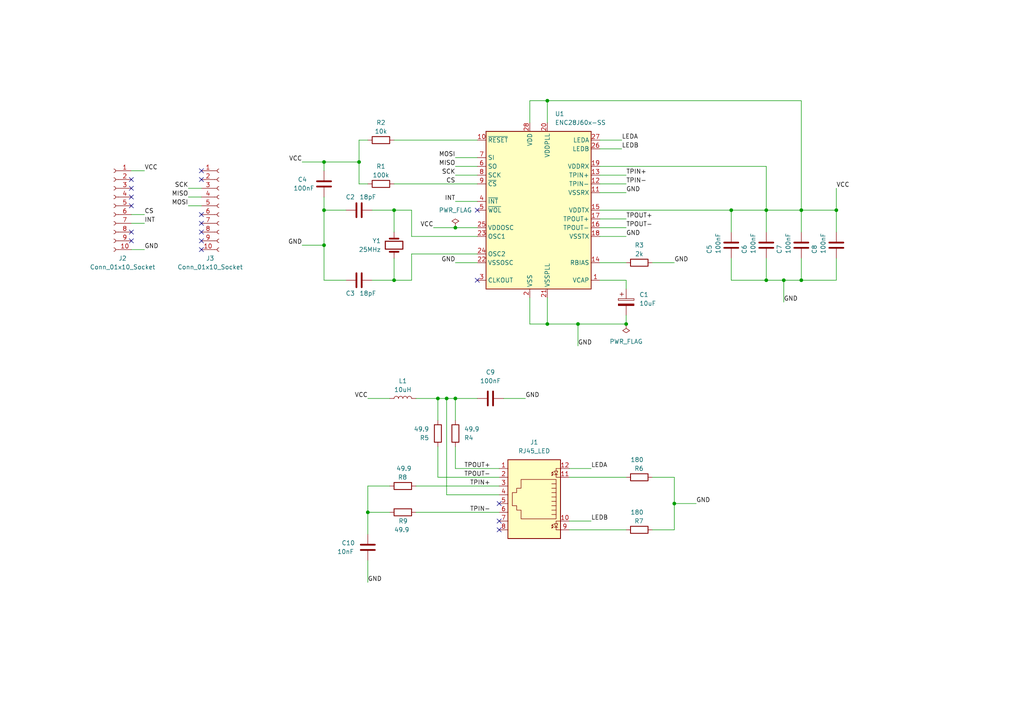
<source format=kicad_sch>
(kicad_sch (version 20230121) (generator eeschema)
  (paper "A4")
  (title_block (title "GigE Interface for Bitcraze Crazyflie 2.0") (date "2023-09-25") (company "Jose Ignacio Granados Marín") (comment 1 "Desarrollo de un vehículo aéreo no tripulado modular de bajo costo") (comment 2 "Trabajo Final de Graduación") (comment 3 "Área Académica de Ingeniería en Computadores") (comment 4 "Instituto Tecnológico de Costa Rica"))
  (lib_symbols
    (symbol "Connector:Conn_01x10_Socket" (pin_names (offset 1.016) hide)
      (property "Reference" "J" (at 0 12.7 0))
      (property "Value" "Conn_01x10_Socket" (at 0 -15.24 0))
      (symbol "Conn_01x10_Socket_1_1"
        (arc (start 0 -12.192) (mid -0.5058 -12.7) (end 0 -13.208) (stroke (width 0.1524)))
        (arc (start 0 -9.652) (mid -0.5058 -10.16) (end 0 -10.668) (stroke (width 0.1524)))
        (arc (start 0 -7.112) (mid -0.5058 -7.62) (end 0 -8.128) (stroke (width 0.1524)))
        (arc (start 0 -4.572) (mid -0.5058 -5.08) (end 0 -5.588) (stroke (width 0.1524)))
        (arc (start 0 -2.032) (mid -0.5058 -2.54) (end 0 -3.048) (stroke (width 0.1524)))
        (polyline (pts (xy -1.27 -12.7) (xy -0.508 -12.7)) (stroke (width 0.1524)))
        (polyline (pts (xy -1.27 -10.16) (xy -0.508 -10.16)) (stroke (width 0.1524)))
        (polyline (pts (xy -1.27 -7.62) (xy -0.508 -7.62)) (stroke (width 0.1524)))
        (polyline (pts (xy -1.27 -5.08) (xy -0.508 -5.08)) (stroke (width 0.1524)))
        (polyline (pts (xy -1.27 -2.54) (xy -0.508 -2.54)) (stroke (width 0.1524)))
        (polyline (pts (xy -1.27 0) (xy -0.508 0)) (stroke (width 0.1524)))
        (polyline (pts (xy -1.27 2.54) (xy -0.508 2.54)) (stroke (width 0.1524)))
        (polyline (pts (xy -1.27 5.08) (xy -0.508 5.08)) (stroke (width 0.1524)))
        (polyline (pts (xy -1.27 7.62) (xy -0.508 7.62)) (stroke (width 0.1524)))
        (polyline (pts (xy -1.27 10.16) (xy -0.508 10.16)) (stroke (width 0.1524)))
        (arc (start 0 0.508) (mid -0.5058 0) (end 0 -0.508) (stroke (width 0.1524)))
        (arc (start 0 3.048) (mid -0.5058 2.54) (end 0 2.032) (stroke (width 0.1524)))
        (arc (start 0 5.588) (mid -0.5058 5.08) (end 0 4.572) (stroke (width 0.1524)))
        (arc (start 0 8.128) (mid -0.5058 7.62) (end 0 7.112) (stroke (width 0.1524)))
        (arc (start 0 10.668) (mid -0.5058 10.16) (end 0 9.652) (stroke (width 0.1524)))
        (pin passive line (at -5.08 10.16 0) (length 3.81) (name "Pin_1") (number "1"))
        (pin passive line (at -5.08 -12.7 0) (length 3.81) (name "Pin_10") (number "10"))
        (pin passive line (at -5.08 7.62 0) (length 3.81) (name "Pin_2") (number "2"))
        (pin passive line (at -5.08 5.08 0) (length 3.81) (name "Pin_3") (number "3"))
        (pin passive line (at -5.08 2.54 0) (length 3.81) (name "Pin_4") (number "4"))
        (pin passive line (at -5.08 0 0) (length 3.81) (name "Pin_5") (number "5"))
        (pin passive line (at -5.08 -2.54 0) (length 3.81) (name "Pin_6") (number "6"))
        (pin passive line (at -5.08 -5.08 0) (length 3.81) (name "Pin_7") (number "7"))
        (pin passive line (at -5.08 -7.62 0) (length 3.81) (name "Pin_8") (number "8"))
        (pin passive line (at -5.08 -10.16 0) (length 3.81) (name "Pin_9") (number "9"))
      )
    )
    (symbol "Connector:RJ45_LED" (pin_names (offset 1.016))
      (property "Reference" "J" (at -5.08 13.97 0))
      (property "Value" "RJ45_LED" (at 1.27 13.97 0))
      (symbol "RJ45_LED_0_1"
        (polyline (pts (xy -7.62 -7.62) (xy -6.35 -7.62)))
        (polyline (pts (xy -7.62 -5.08) (xy -6.35 -5.08)))
        (polyline (pts (xy -7.62 7.62) (xy -6.35 7.62)))
        (polyline (pts (xy -7.62 10.16) (xy -6.35 10.16)))
        (polyline (pts (xy -6.858 -5.842) (xy -5.842 -5.842)))
        (polyline (pts (xy -6.858 9.398) (xy -5.842 9.398)))
        (polyline (pts (xy -6.35 -7.62) (xy -6.35 -6.858)))
        (polyline (pts (xy -6.35 -5.08) (xy -6.35 -5.842)))
        (polyline (pts (xy -6.35 7.62) (xy -6.35 8.382)))
        (polyline (pts (xy -6.35 10.16) (xy -6.35 9.398)))
        (polyline (pts (xy -5.08 -6.223) (xy -5.207 -6.604)))
        (polyline (pts (xy -5.08 -5.588) (xy -5.207 -5.969)))
        (polyline (pts (xy -5.08 4.445) (xy -6.35 4.445)))
        (polyline (pts (xy -5.08 5.715) (xy -6.35 5.715)))
        (polyline (pts (xy -5.08 9.017) (xy -5.207 8.636)))
        (polyline (pts (xy -5.08 9.652) (xy -5.207 9.271)))
        (polyline (pts (xy -6.35 -3.175) (xy -5.08 -3.175) (xy -5.08 -3.175)))
        (polyline (pts (xy -6.35 -1.905) (xy -5.08 -1.905) (xy -5.08 -1.905)))
        (polyline (pts (xy -6.35 -0.635) (xy -5.08 -0.635) (xy -5.08 -0.635)))
        (polyline (pts (xy -6.35 0.635) (xy -5.08 0.635) (xy -5.08 0.635)))
        (polyline (pts (xy -6.35 1.905) (xy -5.08 1.905) (xy -5.08 1.905)))
        (polyline (pts (xy -5.588 -6.731) (xy -5.08 -6.223) (xy -5.461 -6.35)))
        (polyline (pts (xy -5.588 -6.096) (xy -5.08 -5.588) (xy -5.461 -5.715)))
        (polyline (pts (xy -5.588 8.509) (xy -5.08 9.017) (xy -5.461 8.89)))
        (polyline (pts (xy -5.588 9.144) (xy -5.08 9.652) (xy -5.461 9.525)))
        (polyline (pts (xy -5.08 3.175) (xy -6.35 3.175) (xy -6.35 3.175)))
        (polyline (pts (xy -6.35 -5.842) (xy -6.858 -6.858) (xy -5.842 -6.858) (xy -6.35 -5.842)))
        (polyline (pts (xy -6.35 9.398) (xy -6.858 8.382) (xy -5.842 8.382) (xy -6.35 9.398)))
        (polyline (pts (xy -6.35 -4.445) (xy -6.35 6.985) (xy 3.81 6.985) (xy 3.81 4.445) (xy 5.08 4.445) (xy 5.08 3.175) (xy 6.35 3.175) (xy 6.35 -0.635) (xy 5.08 -0.635) (xy 5.08 -1.905) (xy 3.81 -1.905) (xy 3.81 -4.445) (xy -6.35 -4.445) (xy -6.35 -4.445)))
        (rectangle (start 7.62 12.7) (end -7.62 -10.16) (stroke (width 0.254)) (fill (type background)))
      )
      (symbol "RJ45_LED_1_1"
        (pin passive line (at 10.16 -7.62 180) (length 2.54) (name "~") (number "1"))
        (pin passive line (at -10.16 7.62 0) (length 2.54) (name "~") (number "10"))
        (pin passive line (at -10.16 -5.08 0) (length 2.54) (name "~") (number "11"))
        (pin passive line (at -10.16 -7.62 0) (length 2.54) (name "~") (number "12"))
        (pin passive line (at 10.16 -5.08 180) (length 2.54) (name "~") (number "2"))
        (pin passive line (at 10.16 -2.54 180) (length 2.54) (name "~") (number "3"))
        (pin passive line (at 10.16 0 180) (length 2.54) (name "~") (number "4"))
        (pin passive line (at 10.16 2.54 180) (length 2.54) (name "~") (number "5"))
        (pin passive line (at 10.16 5.08 180) (length 2.54) (name "~") (number "6"))
        (pin passive line (at 10.16 7.62 180) (length 2.54) (name "~") (number "7"))
        (pin passive line (at 10.16 10.16 180) (length 2.54) (name "~") (number "8"))
        (pin passive line (at -10.16 10.16 0) (length 2.54) (name "~") (number "9"))
      )
    )
    (symbol "Device:C" (pin_numbers hide) (pin_names (offset 0.254))
      (property "Reference" "C" (at 0.635 2.54 0))
      (property "Value" "C" (at 0.635 -2.54 0))
      (symbol "C_0_1"
        (polyline (pts (xy -2.032 -0.762) (xy 2.032 -0.762)) (stroke (width 0.508)))
        (polyline (pts (xy -2.032 0.762) (xy 2.032 0.762)) (stroke (width 0.508)))
      )
      (symbol "C_1_1"
        (pin passive line (at 0 3.81 270) (length 2.794) (name "~") (number "1"))
        (pin passive line (at 0 -3.81 90) (length 2.794) (name "~") (number "2"))
      )
    )
    (symbol "Device:C_Polarized" (pin_numbers hide) (pin_names (offset 0.254))
      (property "Reference" "C" (at 0.635 2.54 0))
      (property "Value" "C_Polarized" (at 0.635 -2.54 0))
      (symbol "C_Polarized_0_1"
        (rectangle (start -2.286 0.508) (end 2.286 1.016))
        (polyline (pts (xy -1.778 2.286) (xy -0.762 2.286)))
        (polyline (pts (xy -1.27 2.794) (xy -1.27 1.778)))
        (rectangle (start 2.286 -0.508) (end -2.286 -1.016) (fill (type outline)))
      )
      (symbol "C_Polarized_1_1"
        (pin passive line (at 0 3.81 270) (length 2.794) (name "~") (number "1"))
        (pin passive line (at 0 -3.81 90) (length 2.794) (name "~") (number "2"))
      )
    )
    (symbol "Device:Crystal" (pin_numbers hide) (pin_names (offset 1.016) hide)
      (property "Reference" "Y" (at 0 3.81 0))
      (property "Value" "Crystal" (at 0 -3.81 0))
      (symbol "Crystal_0_1"
        (rectangle (start -1.143 2.54) (end 1.143 -2.54) (stroke (width 0.3048)))
        (polyline (pts (xy -2.54 0) (xy -1.905 0)))
        (polyline (pts (xy -1.905 -1.27) (xy -1.905 1.27)) (stroke (width 0.508)))
        (polyline (pts (xy 1.905 -1.27) (xy 1.905 1.27)) (stroke (width 0.508)))
        (polyline (pts (xy 2.54 0) (xy 1.905 0)))
      )
      (symbol "Crystal_1_1"
        (pin passive line (at -3.81 0 0) (length 1.27) (name "1") (number "1"))
        (pin passive line (at 3.81 0 180) (length 1.27) (name "2") (number "2"))
      )
    )
    (symbol "Device:L" (pin_numbers hide) (pin_names (offset 1.016) hide)
      (property "Reference" "L" (at -1.27 0 90))
      (property "Value" "L" (at 1.905 0 90))
      (symbol "L_0_1"
        (arc (start 0 -2.54) (mid 0.6323 -1.905) (end 0 -1.27))
        (arc (start 0 -1.27) (mid 0.6323 -0.635) (end 0 0))
        (arc (start 0 0) (mid 0.6323 0.635) (end 0 1.27))
        (arc (start 0 1.27) (mid 0.6323 1.905) (end 0 2.54))
      )
      (symbol "L_1_1"
        (pin passive line (at 0 3.81 270) (length 1.27) (name "1") (number "1"))
        (pin passive line (at 0 -3.81 90) (length 1.27) (name "2") (number "2"))
      )
    )
    (symbol "Device:R" (pin_numbers hide) (pin_names (offset 0))
      (property "Reference" "R" (at 2.032 0 90))
      (property "Value" "R" (at 0 0 90))
      (symbol "R_0_1"
        (rectangle (start -1.016 -2.54) (end 1.016 2.54) (stroke (width 0.254)))
      )
      (symbol "R_1_1"
        (pin passive line (at 0 3.81 270) (length 1.27) (name "~") (number "1"))
        (pin passive line (at 0 -3.81 90) (length 1.27) (name "~") (number "2"))
      )
    )
    (symbol "Interface_Ethernet:ENC28J60x-SS"
      (property "Reference" "U" (at -13.97 24.13 0))
      (property "Value" "ENC28J60x-SS" (at 5.08 24.13 0))
      (symbol "ENC28J60x-SS_0_1"
        (rectangle (start -15.24 22.86) (end 15.24 -22.86) (stroke (width 0.254)) (fill (type background)))
      )
      (symbol "ENC28J60x-SS_1_1"
        (pin input line (at 17.78 -20.32 180) (length 2.54) (name "VCAP") (number "1"))
        (pin input line (at -17.78 20.32 0) (length 2.54) (name "~{RESET}") (number "10"))
        (pin power_in line (at 17.78 5.08 180) (length 2.54) (name "VSSRX") (number "11"))
        (pin input line (at 17.78 7.62 180) (length 2.54) (name "TPIN-") (number "12"))
        (pin input line (at 17.78 10.16 180) (length 2.54) (name "TPIN+") (number "13"))
        (pin input line (at 17.78 -15.24 180) (length 2.54) (name "RBIAS") (number "14"))
        (pin power_in line (at 17.78 0 180) (length 2.54) (name "VDDTX") (number "15"))
        (pin output line (at 17.78 -5.08 180) (length 2.54) (name "TPOUT-") (number "16"))
        (pin output line (at 17.78 -2.54 180) (length 2.54) (name "TPOUT+") (number "17"))
        (pin power_in line (at 17.78 -7.62 180) (length 2.54) (name "VSSTX") (number "18"))
        (pin power_in line (at 17.78 12.7 180) (length 2.54) (name "VDDRX") (number "19"))
        (pin power_in line (at -2.54 -25.4 90) (length 2.54) (name "VSS") (number "2"))
        (pin power_in line (at 2.54 25.4 270) (length 2.54) (name "VDDPLL") (number "20"))
        (pin power_in line (at 2.54 -25.4 90) (length 2.54) (name "VSSPLL") (number "21"))
        (pin power_in line (at -17.78 -15.24 0) (length 2.54) (name "VSSOSC") (number "22"))
        (pin input line (at -17.78 -7.62 0) (length 2.54) (name "OSC1") (number "23"))
        (pin input line (at -17.78 -12.7 0) (length 2.54) (name "OSC2") (number "24"))
        (pin power_in line (at -17.78 -5.08 0) (length 2.54) (name "VDDOSC") (number "25"))
        (pin output line (at 17.78 17.78 180) (length 2.54) (name "LEDB") (number "26"))
        (pin output line (at 17.78 20.32 180) (length 2.54) (name "LEDA") (number "27"))
        (pin power_in line (at -2.54 25.4 270) (length 2.54) (name "VDD") (number "28"))
        (pin output line (at -17.78 -20.32 0) (length 2.54) (name "CLKOUT") (number "3"))
        (pin output line (at -17.78 2.54 0) (length 2.54) (name "~{INT}") (number "4"))
        (pin output line (at -17.78 0 0) (length 2.54) (name "~{WOL}") (number "5"))
        (pin output line (at -17.78 12.7 0) (length 2.54) (name "SO") (number "6"))
        (pin input line (at -17.78 15.24 0) (length 2.54) (name "SI") (number "7"))
        (pin input line (at -17.78 10.16 0) (length 2.54) (name "SCK") (number "8"))
        (pin input line (at -17.78 7.62 0) (length 2.54) (name "~{CS}") (number "9"))
      )
    )
    (symbol "power:PWR_FLAG" (power) (pin_numbers hide) (pin_names (offset 0) hide)
      (property "Value" "PWR_FLAG" (at 0 3.81 0))
      (symbol "PWR_FLAG_0_0"
        (pin power_out line (at 0 0 90) (length 0) (name "pwr") (number "1"))
      )
      (symbol "PWR_FLAG_0_1"
        (polyline (pts (xy 0 0) (xy 0 1.27) (xy -1.016 1.905) (xy 0 2.54) (xy 1.016 1.905) (xy 0 1.27)))
      )
    )
  )
  (junction (at 158.75 93.98))
  (junction (at 232.41 60.96))
  (junction (at 114.3 60.96))
  (junction (at 106.68 148.59))
  (junction (at 132.08 66.04))
  (junction (at 181.61 93.98))
  (junction (at 93.98 46.99))
  (junction (at 167.64 93.98))
  (junction (at 132.08 115.57))
  (junction (at 127 115.57))
  (junction (at 222.25 60.96))
  (junction (at 232.41 81.28))
  (junction (at 195.58 146.05))
  (junction (at 222.25 81.28))
  (junction (at 242.57 60.96))
  (junction (at 93.98 71.12))
  (junction (at 104.14 46.99))
  (junction (at 212.09 60.96))
  (junction (at 129.54 115.57))
  (junction (at 158.75 29.21))
  (junction (at 93.98 60.96))
  (junction (at 114.3 81.28))
  (junction (at 227.33 81.28))
  (no_connect (at 38.1 59.69))
  (no_connect (at 38.1 52.07))
  (no_connect (at 58.42 64.77))
  (no_connect (at 58.42 72.39))
  (no_connect (at 38.1 69.85))
  (no_connect (at 58.42 62.23))
  (no_connect (at 38.1 54.61))
  (no_connect (at 58.42 67.31))
  (no_connect (at 144.78 146.05))
  (no_connect (at 58.42 52.07))
  (no_connect (at 58.42 49.53))
  (no_connect (at 138.43 60.96))
  (no_connect (at 138.43 81.28))
  (no_connect (at 38.1 57.15))
  (no_connect (at 144.78 151.13))
  (no_connect (at 38.1 67.31))
  (no_connect (at 144.78 153.67))
  (no_connect (at 58.42 69.85))
  (wire (pts (xy 189.23 76.2) (xy 195.58 76.2)))
  (wire (pts (xy 165.1 135.89) (xy 171.45 135.89)))
  (wire (pts (xy 212.09 67.31) (xy 212.09 60.96)))
  (wire (pts (xy 104.14 40.64) (xy 104.14 46.99)))
  (wire (pts (xy 242.57 60.96) (xy 242.57 67.31)))
  (wire (pts (xy 120.65 115.57) (xy 127 115.57)))
  (wire (pts (xy 106.68 148.59) (xy 106.68 140.97)))
  (wire (pts (xy 127 115.57) (xy 129.54 115.57)))
  (wire (pts (xy 222.25 60.96) (xy 222.25 67.31)))
  (wire (pts (xy 222.25 81.28) (xy 227.33 81.28)))
  (wire (pts (xy 173.99 60.96) (xy 212.09 60.96)))
  (wire (pts (xy 173.99 48.26) (xy 222.25 48.26)))
  (wire (pts (xy 38.1 62.23) (xy 41.91 62.23)))
  (wire (pts (xy 195.58 146.05) (xy 195.58 153.67)))
  (wire (pts (xy 114.3 40.64) (xy 138.43 40.64)))
  (wire (pts (xy 132.08 50.8) (xy 138.43 50.8)))
  (wire (pts (xy 173.99 76.2) (xy 181.61 76.2)))
  (wire (pts (xy 242.57 54.61) (xy 242.57 60.96)))
  (wire (pts (xy 119.38 60.96) (xy 114.3 60.96)))
  (wire (pts (xy 127 138.43) (xy 127 129.54)))
  (wire (pts (xy 173.99 66.04) (xy 181.61 66.04)))
  (wire (pts (xy 167.64 93.98) (xy 167.64 100.33)))
  (wire (pts (xy 173.99 43.18) (xy 180.34 43.18)))
  (wire (pts (xy 132.08 115.57) (xy 138.43 115.57)))
  (wire (pts (xy 114.3 74.93) (xy 114.3 81.28)))
  (wire (pts (xy 41.91 49.53) (xy 38.1 49.53)))
  (wire (pts (xy 173.99 81.28) (xy 181.61 81.28)))
  (wire (pts (xy 93.98 60.96) (xy 100.33 60.96)))
  (wire (pts (xy 212.09 74.93) (xy 212.09 81.28)))
  (wire (pts (xy 104.14 53.34) (xy 106.68 53.34)))
  (wire (pts (xy 54.61 57.15) (xy 58.42 57.15)))
  (wire (pts (xy 127 115.57) (xy 127 121.92)))
  (wire (pts (xy 114.3 60.96) (xy 114.3 67.31)))
  (wire (pts (xy 222.25 48.26) (xy 222.25 60.96)))
  (wire (pts (xy 138.43 68.58) (xy 119.38 68.58)))
  (wire (pts (xy 114.3 60.96) (xy 107.95 60.96)))
  (wire (pts (xy 146.05 115.57) (xy 152.4 115.57)))
  (wire (pts (xy 212.09 81.28) (xy 222.25 81.28)))
  (wire (pts (xy 38.1 64.77) (xy 41.91 64.77)))
  (wire (pts (xy 38.1 72.39) (xy 41.91 72.39)))
  (wire (pts (xy 132.08 135.89) (xy 132.08 129.54)))
  (wire (pts (xy 114.3 53.34) (xy 138.43 53.34)))
  (wire (pts (xy 189.23 153.67) (xy 195.58 153.67)))
  (wire (pts (xy 100.33 81.28) (xy 93.98 81.28)))
  (wire (pts (xy 181.61 81.28) (xy 181.61 83.82)))
  (wire (pts (xy 153.67 86.36) (xy 153.67 93.98)))
  (wire (pts (xy 132.08 115.57) (xy 132.08 121.92)))
  (wire (pts (xy 242.57 74.93) (xy 242.57 81.28)))
  (wire (pts (xy 232.41 60.96) (xy 242.57 60.96)))
  (wire (pts (xy 232.41 60.96) (xy 232.41 67.31)))
  (wire (pts (xy 119.38 73.66) (xy 119.38 81.28)))
  (wire (pts (xy 153.67 93.98) (xy 158.75 93.98)))
  (wire (pts (xy 173.99 63.5) (xy 181.61 63.5)))
  (wire (pts (xy 120.65 140.97) (xy 144.78 140.97)))
  (wire (pts (xy 195.58 138.43) (xy 195.58 146.05)))
  (wire (pts (xy 93.98 81.28) (xy 93.98 71.12)))
  (wire (pts (xy 87.63 46.99) (xy 93.98 46.99)))
  (wire (pts (xy 158.75 86.36) (xy 158.75 93.98)))
  (wire (pts (xy 106.68 148.59) (xy 113.03 148.59)))
  (wire (pts (xy 195.58 146.05) (xy 201.93 146.05)))
  (wire (pts (xy 158.75 29.21) (xy 158.75 35.56)))
  (wire (pts (xy 222.25 74.93) (xy 222.25 81.28)))
  (wire (pts (xy 106.68 154.94) (xy 106.68 148.59)))
  (wire (pts (xy 227.33 81.28) (xy 227.33 87.63)))
  (wire (pts (xy 132.08 45.72) (xy 138.43 45.72)))
  (wire (pts (xy 153.67 29.21) (xy 153.67 35.56)))
  (wire (pts (xy 232.41 74.93) (xy 232.41 81.28)))
  (wire (pts (xy 93.98 46.99) (xy 104.14 46.99)))
  (wire (pts (xy 129.54 143.51) (xy 129.54 115.57)))
  (wire (pts (xy 93.98 46.99) (xy 93.98 49.53)))
  (wire (pts (xy 106.68 140.97) (xy 113.03 140.97)))
  (wire (pts (xy 106.68 115.57) (xy 113.03 115.57)))
  (wire (pts (xy 132.08 66.04) (xy 138.43 66.04)))
  (wire (pts (xy 189.23 138.43) (xy 195.58 138.43)))
  (wire (pts (xy 181.61 91.44) (xy 181.61 93.98)))
  (wire (pts (xy 106.68 162.56) (xy 106.68 168.91)))
  (wire (pts (xy 54.61 59.69) (xy 58.42 59.69)))
  (wire (pts (xy 165.1 138.43) (xy 181.61 138.43)))
  (wire (pts (xy 120.65 148.59) (xy 144.78 148.59)))
  (wire (pts (xy 158.75 29.21) (xy 232.41 29.21)))
  (wire (pts (xy 158.75 93.98) (xy 167.64 93.98)))
  (wire (pts (xy 212.09 60.96) (xy 222.25 60.96)))
  (wire (pts (xy 138.43 73.66) (xy 119.38 73.66)))
  (wire (pts (xy 132.08 135.89) (xy 144.78 135.89)))
  (wire (pts (xy 119.38 68.58) (xy 119.38 60.96)))
  (wire (pts (xy 227.33 81.28) (xy 232.41 81.28)))
  (wire (pts (xy 119.38 81.28) (xy 114.3 81.28)))
  (wire (pts (xy 114.3 81.28) (xy 107.95 81.28)))
  (wire (pts (xy 165.1 151.13) (xy 171.45 151.13)))
  (wire (pts (xy 127 138.43) (xy 144.78 138.43)))
  (wire (pts (xy 106.68 40.64) (xy 104.14 40.64)))
  (wire (pts (xy 129.54 115.57) (xy 132.08 115.57)))
  (wire (pts (xy 54.61 54.61) (xy 58.42 54.61)))
  (wire (pts (xy 144.78 143.51) (xy 129.54 143.51)))
  (wire (pts (xy 125.73 66.04) (xy 132.08 66.04)))
  (wire (pts (xy 173.99 50.8) (xy 181.61 50.8)))
  (wire (pts (xy 173.99 40.64) (xy 180.34 40.64)))
  (wire (pts (xy 173.99 55.88) (xy 181.61 55.88)))
  (wire (pts (xy 165.1 153.67) (xy 181.61 153.67)))
  (wire (pts (xy 93.98 71.12) (xy 93.98 60.96)))
  (wire (pts (xy 87.63 71.12) (xy 93.98 71.12)))
  (wire (pts (xy 173.99 68.58) (xy 181.61 68.58)))
  (wire (pts (xy 104.14 46.99) (xy 104.14 53.34)))
  (wire (pts (xy 132.08 58.42) (xy 138.43 58.42)))
  (wire (pts (xy 173.99 53.34) (xy 181.61 53.34)))
  (wire (pts (xy 153.67 29.21) (xy 158.75 29.21)))
  (wire (pts (xy 132.08 48.26) (xy 138.43 48.26)))
  (wire (pts (xy 132.08 76.2) (xy 138.43 76.2)))
  (wire (pts (xy 232.41 29.21) (xy 232.41 60.96)))
  (wire (pts (xy 93.98 57.15) (xy 93.98 60.96)))
  (wire (pts (xy 167.64 93.98) (xy 181.61 93.98)))
  (wire (pts (xy 232.41 81.28) (xy 242.57 81.28)))
  (wire (pts (xy 222.25 60.96) (xy 232.41 60.96)))
  (label "VCC" (at 106.68 115.57 180))
  (label "GND" (at 41.91 72.39 0))
  (label "GND" (at 181.61 55.88 0))
  (label "INT" (at 132.08 58.42 180))
  (label "GND" (at 106.68 168.91 0))
  (label "LEDB" (at 180.34 43.18 0))
  (label "TPOUT-" (at 181.61 66.04 0))
  (label "INT" (at 41.91 64.77 0))
  (label "TPOUT+" (at 134.62 135.89 0))
  (label "TPOUT+" (at 181.61 63.5 0))
  (label "TPIN+" (at 181.61 50.8 0))
  (label "CS" (at 132.08 53.34 180))
  (label "LEDA" (at 180.34 40.64 0))
  (label "GND" (at 227.33 87.63 0))
  (label "GND" (at 87.63 71.12 180))
  (label "TPIN-" (at 142.24 148.59 180))
  (label "MOSI" (at 132.08 45.72 180))
  (label "VCC" (at 125.73 66.04 180))
  (label "GND" (at 152.4 115.57 0))
  (label "SCK" (at 54.61 54.61 180))
  (label "TPIN-" (at 181.61 53.34 0))
  (label "MISO" (at 132.08 48.26 180))
  (label "TPOUT-" (at 142.24 138.43 180))
  (label "SCK" (at 132.08 50.8 180))
  (label "GND" (at 132.08 76.2 180))
  (label "GND" (at 181.61 68.58 0))
  (label "VCC" (at 87.63 46.99 180))
  (label "GND" (at 201.93 146.05 0))
  (label "VCC" (at 41.91 49.53 0))
  (label "MOSI" (at 54.61 59.69 180))
  (label "CS" (at 41.91 62.23 0))
  (label "MISO" (at 54.61 57.15 180))
  (label "GND" (at 167.64 100.33 0))
  (label "LEDB" (at 171.45 151.13 0))
  (label "TPIN+" (at 142.24 140.97 180))
  (label "LEDA" (at 171.45 135.89 0))
  (label "GND" (at 195.58 76.2 0))
  (label "VCC" (at 242.57 54.61 0))
  (symbol (lib_id "Device:R") (at 127 125.73 180) (unit 1)
    (property "Reference" "R5" (at 124.46 127 0) (effects (justify left)))
    (property "Value" "49.9" (at 124.46 124.46 0) (effects (justify left)))
    (property "Footprint" "Resistor_SMD:R_0603_1608Metric" (effects hide))
  )
  (symbol (lib_id "Device:R") (at 185.42 153.67 90) (unit 1)
    (property "Reference" "R7" (at 186.69 151.13 90) (effects (justify left)))
    (property "Value" "180" (at 186.69 148.59 90) (effects (justify left)))
    (property "Footprint" "Resistor_SMD:R_0603_1608Metric" (effects hide))
  )
  (symbol (lib_id "Device:R") (at 185.42 138.43 90) (unit 1)
    (property "Reference" "R6" (at 186.69 135.89 90) (effects (justify left)))
    (property "Value" "180" (at 186.69 133.35 90) (effects (justify left)))
    (property "Footprint" "Resistor_SMD:R_0603_1608Metric" (effects hide))
  )
  (symbol (lib_id "Device:C") (at 93.98 53.34 0) (unit 1)
    (property "Reference" "C4" (at 86.36 52.07 0) (effects (justify left)))
    (property "Value" "100nF" (at 85.09 54.61 0) (effects (justify left)))
    (property "Footprint" "Capacitor_SMD:C_0603_1608Metric" (effects hide))
  )
  (symbol (lib_id "Connector:Conn_01x10_Socket") (at 33.02 59.69 0) (mirror y) (unit 1)
    (property "Reference" "J2" (at 35.56 74.93 0))
    (property "Value" "Conn_01x10_Socket" (at 35.56 77.47 0))
    (property "Footprint" "Connector_PinSocket_2.00mm:PinSocket_1x10_P2.00mm_Vertical" (effects hide))
  )
  (symbol (lib_id "Device:C_Polarized") (at 181.61 87.63 0) (unit 1)
    (property "Reference" "C1" (at 185.42 85.471 0) (effects (justify left)))
    (property "Value" "10uF" (at 185.42 88.011 0) (effects (justify left)))
    (property "Footprint" "Capacitor_SMD:CP_Elec_4x5.4" (effects hide))
  )
  (symbol (lib_id "Connector:Conn_01x10_Socket") (at 63.5 59.69 0) (unit 1)
    (property "Reference" "J3" (at 60.96 74.93 0))
    (property "Value" "Conn_01x10_Socket" (at 60.96 77.47 0))
    (property "Footprint" "Connector_PinSocket_2.00mm:PinSocket_1x10_P2.00mm_Vertical" (effects hide))
  )
  (symbol (lib_id "Device:C") (at 232.41 71.12 0) (unit 1)
    (property "Reference" "C7" (at 226.06 73.66 90) (effects (justify left)))
    (property "Value" "100nF" (at 228.6 73.66 90) (effects (justify left)))
    (property "Footprint" "Capacitor_SMD:C_0603_1608Metric" (effects hide))
  )
  (symbol (lib_id "Device:R") (at 110.49 40.64 90) (unit 1)
    (property "Reference" "R2" (at 110.49 35.56 90))
    (property "Value" "10k" (at 110.49 38.1 90))
    (property "Footprint" "Resistor_SMD:R_0603_1608Metric" (effects hide))
  )
  (symbol (lib_id "Device:C") (at 106.68 158.75 0) (unit 1)
    (property "Reference" "C10" (at 99.06 157.48 0) (effects (justify left)))
    (property "Value" "10nF" (at 97.79 160.02 0) (effects (justify left)))
    (property "Footprint" "Capacitor_SMD:C_0603_1608Metric" (effects hide))
  )
  (symbol (lib_id "Device:C") (at 104.14 60.96 90) (unit 1)
    (property "Reference" "C2" (at 101.6 57.15 90))
    (property "Value" "18pF" (at 106.68 57.15 90))
    (property "Footprint" "Capacitor_SMD:C_0603_1608Metric" (effects hide))
  )
  (symbol (lib_id "Device:R") (at 132.08 125.73 0) (unit 1)
    (property "Reference" "R4" (at 134.62 127 0) (effects (justify left)))
    (property "Value" "49.9" (at 134.62 124.46 0) (effects (justify left)))
    (property "Footprint" "Resistor_SMD:R_0603_1608Metric" (effects hide))
  )
  (symbol (lib_id "Device:R") (at 185.42 76.2 90) (unit 1)
    (property "Reference" "R3" (at 185.42 71.12 90))
    (property "Value" "2k" (at 185.42 73.66 90))
    (property "Footprint" "Resistor_SMD:R_0603_1608Metric" (effects hide))
  )
  (symbol (lib_id "Device:R") (at 110.49 53.34 90) (unit 1)
    (property "Reference" "R1" (at 110.49 48.26 90))
    (property "Value" "100k" (at 110.49 50.8 90))
    (property "Footprint" "Resistor_SMD:R_0603_1608Metric" (effects hide))
  )
  (symbol (lib_id "power:PWR_FLAG") (at 132.08 66.04 0) (unit 1)
    (property "Reference" "#FLG02" (effects hide))
    (property "Value" "PWR_FLAG" (at 132.08 60.96 0))
  )
  (symbol (lib_id "Device:C") (at 104.14 81.28 90) (unit 1)
    (property "Reference" "C3" (at 101.6 85.09 90))
    (property "Value" "18pF" (at 106.68 85.09 90))
    (property "Footprint" "Capacitor_SMD:C_0603_1608Metric" (effects hide))
  )
  (symbol (lib_id "Device:Crystal") (at 114.3 71.12 90) (mirror x) (unit 1)
    (property "Reference" "Y1" (at 110.49 69.85 90) (effects (justify left)))
    (property "Value" "25MHz" (at 110.49 72.39 90) (effects (justify left)))
    (property "Footprint" "Crystal:Crystal_SMD_MicroCrystal_CC8V-T1A-2Pin_2.0x1.2mm" (effects hide))
  )
  (symbol (lib_id "power:PWR_FLAG") (at 181.61 93.98 180) (unit 1)
    (property "Reference" "#FLG01" (effects hide))
    (property "Value" "PWR_FLAG" (at 181.61 99.06 0))
  )
  (symbol (lib_id "Device:R") (at 116.84 140.97 90) (unit 1)
    (property "Reference" "R8" (at 118.11 138.43 90) (effects (justify left)))
    (property "Value" "49.9" (at 119.38 135.89 90) (effects (justify left)))
    (property "Footprint" "Resistor_SMD:R_0603_1608Metric" (effects hide))
  )
  (symbol (lib_id "Device:C") (at 242.57 71.12 0) (unit 1)
    (property "Reference" "C8" (at 236.22 73.66 90) (effects (justify left)))
    (property "Value" "100nF" (at 238.76 73.66 90) (effects (justify left)))
    (property "Footprint" "Capacitor_SMD:C_0603_1608Metric" (effects hide))
  )
  (symbol (lib_id "Device:C") (at 222.25 71.12 0) (unit 1)
    (property "Reference" "C6" (at 215.9 73.66 90) (effects (justify left)))
    (property "Value" "100nF" (at 218.44 73.66 90) (effects (justify left)))
    (property "Footprint" "Capacitor_SMD:C_0603_1608Metric" (effects hide))
  )
  (symbol (lib_id "Device:R") (at 116.84 148.59 270) (unit 1)
    (property "Reference" "R9" (at 115.57 151.13 90) (effects (justify left)))
    (property "Value" "49.9" (at 114.3 153.67 90) (effects (justify left)))
    (property "Footprint" "Resistor_SMD:R_0603_1608Metric" (effects hide))
  )
  (symbol (lib_id "Interface_Ethernet:ENC28J60x-SS") (at 156.21 60.96 0) (unit 1)
    (property "Reference" "U1" (at 160.9441 33.02 0) (effects (justify left)))
    (property "Value" "ENC28J60x-SS" (at 160.9441 35.56 0) (effects (justify left)))
    (property "Footprint" "Package_SO:SSOP-28_5.3x10.2mm_P0.65mm" (effects hide))
    (property "Datasheet" "http://ww1.microchip.com/downloads/en/devicedoc/39662e.pdf" (effects hide))
  )
  (symbol (lib_id "Connector:RJ45_LED") (at 154.94 143.51 180) (unit 1)
    (property "Reference" "J1" (at 154.94 128.27 0))
    (property "Value" "RJ45_LED" (at 154.94 130.81 0))
    (property "Footprint" "Connector_RJ:RJ45_Amphenol_RJHSE538X" (effects hide))
  )
  (symbol (lib_id "Device:C") (at 142.24 115.57 90) (unit 1)
    (property "Reference" "C9" (at 142.24 107.95 90))
    (property "Value" "100nF" (at 142.24 110.49 90))
    (property "Footprint" "Capacitor_SMD:C_0603_1608Metric" (effects hide))
  )
  (symbol (lib_id "Device:C") (at 212.09 71.12 0) (unit 1)
    (property "Reference" "C5" (at 205.74 73.66 90) (effects (justify left)))
    (property "Value" "100nF" (at 208.28 73.66 90) (effects (justify left)))
    (property "Footprint" "Capacitor_SMD:C_0603_1608Metric" (effects hide))
  )
  (symbol (lib_id "Device:L") (at 116.84 115.57 90) (unit 1)
    (property "Reference" "L1" (at 116.84 110.49 90))
    (property "Value" "10uH" (at 116.84 113.03 90))
    (property "Footprint" "Inductor_SMD:L_0201_0603Metric_Pad0.64x0.40mm_HandSolder" (effects hide))
  )
)
</source>
